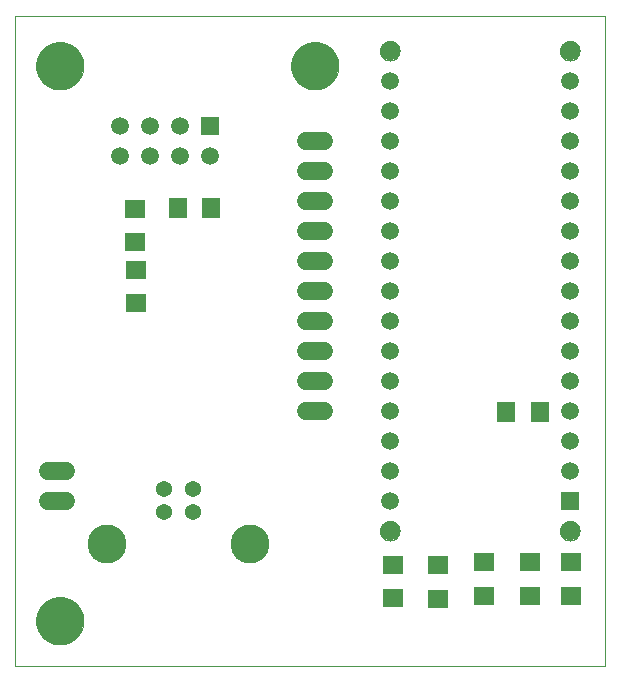
<source format=gbs>
G75*
%MOIN*%
%OFA0B0*%
%FSLAX25Y25*%
%IPPOS*%
%LPD*%
%AMOC8*
5,1,8,0,0,1.08239X$1,22.5*
%
%ADD10C,0.00000*%
%ADD11C,0.15748*%
%ADD12R,0.07087X0.06299*%
%ADD13R,0.06299X0.07087*%
%ADD14C,0.06000*%
%ADD15R,0.05906X0.05906*%
%ADD16C,0.05906*%
%ADD17C,0.06500*%
%ADD18R,0.07098X0.06299*%
%ADD19R,0.06299X0.07098*%
%ADD20C,0.05400*%
%ADD21C,0.13000*%
D10*
X0001425Y0001000D02*
X0001425Y0217535D01*
X0198276Y0217535D01*
X0198276Y0001000D01*
X0001425Y0001000D01*
X0008551Y0016000D02*
X0008553Y0016193D01*
X0008560Y0016386D01*
X0008572Y0016579D01*
X0008589Y0016772D01*
X0008610Y0016964D01*
X0008636Y0017155D01*
X0008667Y0017346D01*
X0008702Y0017536D01*
X0008742Y0017725D01*
X0008787Y0017913D01*
X0008836Y0018100D01*
X0008890Y0018286D01*
X0008948Y0018470D01*
X0009011Y0018653D01*
X0009079Y0018834D01*
X0009150Y0019013D01*
X0009227Y0019191D01*
X0009307Y0019367D01*
X0009392Y0019540D01*
X0009481Y0019712D01*
X0009574Y0019881D01*
X0009671Y0020048D01*
X0009773Y0020213D01*
X0009878Y0020375D01*
X0009987Y0020534D01*
X0010101Y0020691D01*
X0010218Y0020844D01*
X0010338Y0020995D01*
X0010463Y0021143D01*
X0010591Y0021288D01*
X0010722Y0021429D01*
X0010857Y0021568D01*
X0010996Y0021703D01*
X0011137Y0021834D01*
X0011282Y0021962D01*
X0011430Y0022087D01*
X0011581Y0022207D01*
X0011734Y0022324D01*
X0011891Y0022438D01*
X0012050Y0022547D01*
X0012212Y0022652D01*
X0012377Y0022754D01*
X0012544Y0022851D01*
X0012713Y0022944D01*
X0012885Y0023033D01*
X0013058Y0023118D01*
X0013234Y0023198D01*
X0013412Y0023275D01*
X0013591Y0023346D01*
X0013772Y0023414D01*
X0013955Y0023477D01*
X0014139Y0023535D01*
X0014325Y0023589D01*
X0014512Y0023638D01*
X0014700Y0023683D01*
X0014889Y0023723D01*
X0015079Y0023758D01*
X0015270Y0023789D01*
X0015461Y0023815D01*
X0015653Y0023836D01*
X0015846Y0023853D01*
X0016039Y0023865D01*
X0016232Y0023872D01*
X0016425Y0023874D01*
X0016618Y0023872D01*
X0016811Y0023865D01*
X0017004Y0023853D01*
X0017197Y0023836D01*
X0017389Y0023815D01*
X0017580Y0023789D01*
X0017771Y0023758D01*
X0017961Y0023723D01*
X0018150Y0023683D01*
X0018338Y0023638D01*
X0018525Y0023589D01*
X0018711Y0023535D01*
X0018895Y0023477D01*
X0019078Y0023414D01*
X0019259Y0023346D01*
X0019438Y0023275D01*
X0019616Y0023198D01*
X0019792Y0023118D01*
X0019965Y0023033D01*
X0020137Y0022944D01*
X0020306Y0022851D01*
X0020473Y0022754D01*
X0020638Y0022652D01*
X0020800Y0022547D01*
X0020959Y0022438D01*
X0021116Y0022324D01*
X0021269Y0022207D01*
X0021420Y0022087D01*
X0021568Y0021962D01*
X0021713Y0021834D01*
X0021854Y0021703D01*
X0021993Y0021568D01*
X0022128Y0021429D01*
X0022259Y0021288D01*
X0022387Y0021143D01*
X0022512Y0020995D01*
X0022632Y0020844D01*
X0022749Y0020691D01*
X0022863Y0020534D01*
X0022972Y0020375D01*
X0023077Y0020213D01*
X0023179Y0020048D01*
X0023276Y0019881D01*
X0023369Y0019712D01*
X0023458Y0019540D01*
X0023543Y0019367D01*
X0023623Y0019191D01*
X0023700Y0019013D01*
X0023771Y0018834D01*
X0023839Y0018653D01*
X0023902Y0018470D01*
X0023960Y0018286D01*
X0024014Y0018100D01*
X0024063Y0017913D01*
X0024108Y0017725D01*
X0024148Y0017536D01*
X0024183Y0017346D01*
X0024214Y0017155D01*
X0024240Y0016964D01*
X0024261Y0016772D01*
X0024278Y0016579D01*
X0024290Y0016386D01*
X0024297Y0016193D01*
X0024299Y0016000D01*
X0024297Y0015807D01*
X0024290Y0015614D01*
X0024278Y0015421D01*
X0024261Y0015228D01*
X0024240Y0015036D01*
X0024214Y0014845D01*
X0024183Y0014654D01*
X0024148Y0014464D01*
X0024108Y0014275D01*
X0024063Y0014087D01*
X0024014Y0013900D01*
X0023960Y0013714D01*
X0023902Y0013530D01*
X0023839Y0013347D01*
X0023771Y0013166D01*
X0023700Y0012987D01*
X0023623Y0012809D01*
X0023543Y0012633D01*
X0023458Y0012460D01*
X0023369Y0012288D01*
X0023276Y0012119D01*
X0023179Y0011952D01*
X0023077Y0011787D01*
X0022972Y0011625D01*
X0022863Y0011466D01*
X0022749Y0011309D01*
X0022632Y0011156D01*
X0022512Y0011005D01*
X0022387Y0010857D01*
X0022259Y0010712D01*
X0022128Y0010571D01*
X0021993Y0010432D01*
X0021854Y0010297D01*
X0021713Y0010166D01*
X0021568Y0010038D01*
X0021420Y0009913D01*
X0021269Y0009793D01*
X0021116Y0009676D01*
X0020959Y0009562D01*
X0020800Y0009453D01*
X0020638Y0009348D01*
X0020473Y0009246D01*
X0020306Y0009149D01*
X0020137Y0009056D01*
X0019965Y0008967D01*
X0019792Y0008882D01*
X0019616Y0008802D01*
X0019438Y0008725D01*
X0019259Y0008654D01*
X0019078Y0008586D01*
X0018895Y0008523D01*
X0018711Y0008465D01*
X0018525Y0008411D01*
X0018338Y0008362D01*
X0018150Y0008317D01*
X0017961Y0008277D01*
X0017771Y0008242D01*
X0017580Y0008211D01*
X0017389Y0008185D01*
X0017197Y0008164D01*
X0017004Y0008147D01*
X0016811Y0008135D01*
X0016618Y0008128D01*
X0016425Y0008126D01*
X0016232Y0008128D01*
X0016039Y0008135D01*
X0015846Y0008147D01*
X0015653Y0008164D01*
X0015461Y0008185D01*
X0015270Y0008211D01*
X0015079Y0008242D01*
X0014889Y0008277D01*
X0014700Y0008317D01*
X0014512Y0008362D01*
X0014325Y0008411D01*
X0014139Y0008465D01*
X0013955Y0008523D01*
X0013772Y0008586D01*
X0013591Y0008654D01*
X0013412Y0008725D01*
X0013234Y0008802D01*
X0013058Y0008882D01*
X0012885Y0008967D01*
X0012713Y0009056D01*
X0012544Y0009149D01*
X0012377Y0009246D01*
X0012212Y0009348D01*
X0012050Y0009453D01*
X0011891Y0009562D01*
X0011734Y0009676D01*
X0011581Y0009793D01*
X0011430Y0009913D01*
X0011282Y0010038D01*
X0011137Y0010166D01*
X0010996Y0010297D01*
X0010857Y0010432D01*
X0010722Y0010571D01*
X0010591Y0010712D01*
X0010463Y0010857D01*
X0010338Y0011005D01*
X0010218Y0011156D01*
X0010101Y0011309D01*
X0009987Y0011466D01*
X0009878Y0011625D01*
X0009773Y0011787D01*
X0009671Y0011952D01*
X0009574Y0012119D01*
X0009481Y0012288D01*
X0009392Y0012460D01*
X0009307Y0012633D01*
X0009227Y0012809D01*
X0009150Y0012987D01*
X0009079Y0013166D01*
X0009011Y0013347D01*
X0008948Y0013530D01*
X0008890Y0013714D01*
X0008836Y0013900D01*
X0008787Y0014087D01*
X0008742Y0014275D01*
X0008702Y0014464D01*
X0008667Y0014654D01*
X0008636Y0014845D01*
X0008610Y0015036D01*
X0008589Y0015228D01*
X0008572Y0015421D01*
X0008560Y0015614D01*
X0008553Y0015807D01*
X0008551Y0016000D01*
X0123175Y0046000D02*
X0123177Y0046113D01*
X0123183Y0046227D01*
X0123193Y0046340D01*
X0123207Y0046452D01*
X0123224Y0046564D01*
X0123246Y0046676D01*
X0123272Y0046786D01*
X0123301Y0046896D01*
X0123334Y0047004D01*
X0123371Y0047112D01*
X0123412Y0047217D01*
X0123456Y0047322D01*
X0123504Y0047425D01*
X0123555Y0047526D01*
X0123610Y0047625D01*
X0123669Y0047722D01*
X0123731Y0047817D01*
X0123796Y0047910D01*
X0123864Y0048001D01*
X0123935Y0048089D01*
X0124010Y0048175D01*
X0124087Y0048258D01*
X0124167Y0048338D01*
X0124250Y0048415D01*
X0124336Y0048490D01*
X0124424Y0048561D01*
X0124515Y0048629D01*
X0124608Y0048694D01*
X0124703Y0048756D01*
X0124800Y0048815D01*
X0124899Y0048870D01*
X0125000Y0048921D01*
X0125103Y0048969D01*
X0125208Y0049013D01*
X0125313Y0049054D01*
X0125421Y0049091D01*
X0125529Y0049124D01*
X0125639Y0049153D01*
X0125749Y0049179D01*
X0125861Y0049201D01*
X0125973Y0049218D01*
X0126085Y0049232D01*
X0126198Y0049242D01*
X0126312Y0049248D01*
X0126425Y0049250D01*
X0126538Y0049248D01*
X0126652Y0049242D01*
X0126765Y0049232D01*
X0126877Y0049218D01*
X0126989Y0049201D01*
X0127101Y0049179D01*
X0127211Y0049153D01*
X0127321Y0049124D01*
X0127429Y0049091D01*
X0127537Y0049054D01*
X0127642Y0049013D01*
X0127747Y0048969D01*
X0127850Y0048921D01*
X0127951Y0048870D01*
X0128050Y0048815D01*
X0128147Y0048756D01*
X0128242Y0048694D01*
X0128335Y0048629D01*
X0128426Y0048561D01*
X0128514Y0048490D01*
X0128600Y0048415D01*
X0128683Y0048338D01*
X0128763Y0048258D01*
X0128840Y0048175D01*
X0128915Y0048089D01*
X0128986Y0048001D01*
X0129054Y0047910D01*
X0129119Y0047817D01*
X0129181Y0047722D01*
X0129240Y0047625D01*
X0129295Y0047526D01*
X0129346Y0047425D01*
X0129394Y0047322D01*
X0129438Y0047217D01*
X0129479Y0047112D01*
X0129516Y0047004D01*
X0129549Y0046896D01*
X0129578Y0046786D01*
X0129604Y0046676D01*
X0129626Y0046564D01*
X0129643Y0046452D01*
X0129657Y0046340D01*
X0129667Y0046227D01*
X0129673Y0046113D01*
X0129675Y0046000D01*
X0129673Y0045887D01*
X0129667Y0045773D01*
X0129657Y0045660D01*
X0129643Y0045548D01*
X0129626Y0045436D01*
X0129604Y0045324D01*
X0129578Y0045214D01*
X0129549Y0045104D01*
X0129516Y0044996D01*
X0129479Y0044888D01*
X0129438Y0044783D01*
X0129394Y0044678D01*
X0129346Y0044575D01*
X0129295Y0044474D01*
X0129240Y0044375D01*
X0129181Y0044278D01*
X0129119Y0044183D01*
X0129054Y0044090D01*
X0128986Y0043999D01*
X0128915Y0043911D01*
X0128840Y0043825D01*
X0128763Y0043742D01*
X0128683Y0043662D01*
X0128600Y0043585D01*
X0128514Y0043510D01*
X0128426Y0043439D01*
X0128335Y0043371D01*
X0128242Y0043306D01*
X0128147Y0043244D01*
X0128050Y0043185D01*
X0127951Y0043130D01*
X0127850Y0043079D01*
X0127747Y0043031D01*
X0127642Y0042987D01*
X0127537Y0042946D01*
X0127429Y0042909D01*
X0127321Y0042876D01*
X0127211Y0042847D01*
X0127101Y0042821D01*
X0126989Y0042799D01*
X0126877Y0042782D01*
X0126765Y0042768D01*
X0126652Y0042758D01*
X0126538Y0042752D01*
X0126425Y0042750D01*
X0126312Y0042752D01*
X0126198Y0042758D01*
X0126085Y0042768D01*
X0125973Y0042782D01*
X0125861Y0042799D01*
X0125749Y0042821D01*
X0125639Y0042847D01*
X0125529Y0042876D01*
X0125421Y0042909D01*
X0125313Y0042946D01*
X0125208Y0042987D01*
X0125103Y0043031D01*
X0125000Y0043079D01*
X0124899Y0043130D01*
X0124800Y0043185D01*
X0124703Y0043244D01*
X0124608Y0043306D01*
X0124515Y0043371D01*
X0124424Y0043439D01*
X0124336Y0043510D01*
X0124250Y0043585D01*
X0124167Y0043662D01*
X0124087Y0043742D01*
X0124010Y0043825D01*
X0123935Y0043911D01*
X0123864Y0043999D01*
X0123796Y0044090D01*
X0123731Y0044183D01*
X0123669Y0044278D01*
X0123610Y0044375D01*
X0123555Y0044474D01*
X0123504Y0044575D01*
X0123456Y0044678D01*
X0123412Y0044783D01*
X0123371Y0044888D01*
X0123334Y0044996D01*
X0123301Y0045104D01*
X0123272Y0045214D01*
X0123246Y0045324D01*
X0123224Y0045436D01*
X0123207Y0045548D01*
X0123193Y0045660D01*
X0123183Y0045773D01*
X0123177Y0045887D01*
X0123175Y0046000D01*
X0183175Y0046000D02*
X0183177Y0046113D01*
X0183183Y0046227D01*
X0183193Y0046340D01*
X0183207Y0046452D01*
X0183224Y0046564D01*
X0183246Y0046676D01*
X0183272Y0046786D01*
X0183301Y0046896D01*
X0183334Y0047004D01*
X0183371Y0047112D01*
X0183412Y0047217D01*
X0183456Y0047322D01*
X0183504Y0047425D01*
X0183555Y0047526D01*
X0183610Y0047625D01*
X0183669Y0047722D01*
X0183731Y0047817D01*
X0183796Y0047910D01*
X0183864Y0048001D01*
X0183935Y0048089D01*
X0184010Y0048175D01*
X0184087Y0048258D01*
X0184167Y0048338D01*
X0184250Y0048415D01*
X0184336Y0048490D01*
X0184424Y0048561D01*
X0184515Y0048629D01*
X0184608Y0048694D01*
X0184703Y0048756D01*
X0184800Y0048815D01*
X0184899Y0048870D01*
X0185000Y0048921D01*
X0185103Y0048969D01*
X0185208Y0049013D01*
X0185313Y0049054D01*
X0185421Y0049091D01*
X0185529Y0049124D01*
X0185639Y0049153D01*
X0185749Y0049179D01*
X0185861Y0049201D01*
X0185973Y0049218D01*
X0186085Y0049232D01*
X0186198Y0049242D01*
X0186312Y0049248D01*
X0186425Y0049250D01*
X0186538Y0049248D01*
X0186652Y0049242D01*
X0186765Y0049232D01*
X0186877Y0049218D01*
X0186989Y0049201D01*
X0187101Y0049179D01*
X0187211Y0049153D01*
X0187321Y0049124D01*
X0187429Y0049091D01*
X0187537Y0049054D01*
X0187642Y0049013D01*
X0187747Y0048969D01*
X0187850Y0048921D01*
X0187951Y0048870D01*
X0188050Y0048815D01*
X0188147Y0048756D01*
X0188242Y0048694D01*
X0188335Y0048629D01*
X0188426Y0048561D01*
X0188514Y0048490D01*
X0188600Y0048415D01*
X0188683Y0048338D01*
X0188763Y0048258D01*
X0188840Y0048175D01*
X0188915Y0048089D01*
X0188986Y0048001D01*
X0189054Y0047910D01*
X0189119Y0047817D01*
X0189181Y0047722D01*
X0189240Y0047625D01*
X0189295Y0047526D01*
X0189346Y0047425D01*
X0189394Y0047322D01*
X0189438Y0047217D01*
X0189479Y0047112D01*
X0189516Y0047004D01*
X0189549Y0046896D01*
X0189578Y0046786D01*
X0189604Y0046676D01*
X0189626Y0046564D01*
X0189643Y0046452D01*
X0189657Y0046340D01*
X0189667Y0046227D01*
X0189673Y0046113D01*
X0189675Y0046000D01*
X0189673Y0045887D01*
X0189667Y0045773D01*
X0189657Y0045660D01*
X0189643Y0045548D01*
X0189626Y0045436D01*
X0189604Y0045324D01*
X0189578Y0045214D01*
X0189549Y0045104D01*
X0189516Y0044996D01*
X0189479Y0044888D01*
X0189438Y0044783D01*
X0189394Y0044678D01*
X0189346Y0044575D01*
X0189295Y0044474D01*
X0189240Y0044375D01*
X0189181Y0044278D01*
X0189119Y0044183D01*
X0189054Y0044090D01*
X0188986Y0043999D01*
X0188915Y0043911D01*
X0188840Y0043825D01*
X0188763Y0043742D01*
X0188683Y0043662D01*
X0188600Y0043585D01*
X0188514Y0043510D01*
X0188426Y0043439D01*
X0188335Y0043371D01*
X0188242Y0043306D01*
X0188147Y0043244D01*
X0188050Y0043185D01*
X0187951Y0043130D01*
X0187850Y0043079D01*
X0187747Y0043031D01*
X0187642Y0042987D01*
X0187537Y0042946D01*
X0187429Y0042909D01*
X0187321Y0042876D01*
X0187211Y0042847D01*
X0187101Y0042821D01*
X0186989Y0042799D01*
X0186877Y0042782D01*
X0186765Y0042768D01*
X0186652Y0042758D01*
X0186538Y0042752D01*
X0186425Y0042750D01*
X0186312Y0042752D01*
X0186198Y0042758D01*
X0186085Y0042768D01*
X0185973Y0042782D01*
X0185861Y0042799D01*
X0185749Y0042821D01*
X0185639Y0042847D01*
X0185529Y0042876D01*
X0185421Y0042909D01*
X0185313Y0042946D01*
X0185208Y0042987D01*
X0185103Y0043031D01*
X0185000Y0043079D01*
X0184899Y0043130D01*
X0184800Y0043185D01*
X0184703Y0043244D01*
X0184608Y0043306D01*
X0184515Y0043371D01*
X0184424Y0043439D01*
X0184336Y0043510D01*
X0184250Y0043585D01*
X0184167Y0043662D01*
X0184087Y0043742D01*
X0184010Y0043825D01*
X0183935Y0043911D01*
X0183864Y0043999D01*
X0183796Y0044090D01*
X0183731Y0044183D01*
X0183669Y0044278D01*
X0183610Y0044375D01*
X0183555Y0044474D01*
X0183504Y0044575D01*
X0183456Y0044678D01*
X0183412Y0044783D01*
X0183371Y0044888D01*
X0183334Y0044996D01*
X0183301Y0045104D01*
X0183272Y0045214D01*
X0183246Y0045324D01*
X0183224Y0045436D01*
X0183207Y0045548D01*
X0183193Y0045660D01*
X0183183Y0045773D01*
X0183177Y0045887D01*
X0183175Y0046000D01*
X0093551Y0201000D02*
X0093553Y0201193D01*
X0093560Y0201386D01*
X0093572Y0201579D01*
X0093589Y0201772D01*
X0093610Y0201964D01*
X0093636Y0202155D01*
X0093667Y0202346D01*
X0093702Y0202536D01*
X0093742Y0202725D01*
X0093787Y0202913D01*
X0093836Y0203100D01*
X0093890Y0203286D01*
X0093948Y0203470D01*
X0094011Y0203653D01*
X0094079Y0203834D01*
X0094150Y0204013D01*
X0094227Y0204191D01*
X0094307Y0204367D01*
X0094392Y0204540D01*
X0094481Y0204712D01*
X0094574Y0204881D01*
X0094671Y0205048D01*
X0094773Y0205213D01*
X0094878Y0205375D01*
X0094987Y0205534D01*
X0095101Y0205691D01*
X0095218Y0205844D01*
X0095338Y0205995D01*
X0095463Y0206143D01*
X0095591Y0206288D01*
X0095722Y0206429D01*
X0095857Y0206568D01*
X0095996Y0206703D01*
X0096137Y0206834D01*
X0096282Y0206962D01*
X0096430Y0207087D01*
X0096581Y0207207D01*
X0096734Y0207324D01*
X0096891Y0207438D01*
X0097050Y0207547D01*
X0097212Y0207652D01*
X0097377Y0207754D01*
X0097544Y0207851D01*
X0097713Y0207944D01*
X0097885Y0208033D01*
X0098058Y0208118D01*
X0098234Y0208198D01*
X0098412Y0208275D01*
X0098591Y0208346D01*
X0098772Y0208414D01*
X0098955Y0208477D01*
X0099139Y0208535D01*
X0099325Y0208589D01*
X0099512Y0208638D01*
X0099700Y0208683D01*
X0099889Y0208723D01*
X0100079Y0208758D01*
X0100270Y0208789D01*
X0100461Y0208815D01*
X0100653Y0208836D01*
X0100846Y0208853D01*
X0101039Y0208865D01*
X0101232Y0208872D01*
X0101425Y0208874D01*
X0101618Y0208872D01*
X0101811Y0208865D01*
X0102004Y0208853D01*
X0102197Y0208836D01*
X0102389Y0208815D01*
X0102580Y0208789D01*
X0102771Y0208758D01*
X0102961Y0208723D01*
X0103150Y0208683D01*
X0103338Y0208638D01*
X0103525Y0208589D01*
X0103711Y0208535D01*
X0103895Y0208477D01*
X0104078Y0208414D01*
X0104259Y0208346D01*
X0104438Y0208275D01*
X0104616Y0208198D01*
X0104792Y0208118D01*
X0104965Y0208033D01*
X0105137Y0207944D01*
X0105306Y0207851D01*
X0105473Y0207754D01*
X0105638Y0207652D01*
X0105800Y0207547D01*
X0105959Y0207438D01*
X0106116Y0207324D01*
X0106269Y0207207D01*
X0106420Y0207087D01*
X0106568Y0206962D01*
X0106713Y0206834D01*
X0106854Y0206703D01*
X0106993Y0206568D01*
X0107128Y0206429D01*
X0107259Y0206288D01*
X0107387Y0206143D01*
X0107512Y0205995D01*
X0107632Y0205844D01*
X0107749Y0205691D01*
X0107863Y0205534D01*
X0107972Y0205375D01*
X0108077Y0205213D01*
X0108179Y0205048D01*
X0108276Y0204881D01*
X0108369Y0204712D01*
X0108458Y0204540D01*
X0108543Y0204367D01*
X0108623Y0204191D01*
X0108700Y0204013D01*
X0108771Y0203834D01*
X0108839Y0203653D01*
X0108902Y0203470D01*
X0108960Y0203286D01*
X0109014Y0203100D01*
X0109063Y0202913D01*
X0109108Y0202725D01*
X0109148Y0202536D01*
X0109183Y0202346D01*
X0109214Y0202155D01*
X0109240Y0201964D01*
X0109261Y0201772D01*
X0109278Y0201579D01*
X0109290Y0201386D01*
X0109297Y0201193D01*
X0109299Y0201000D01*
X0109297Y0200807D01*
X0109290Y0200614D01*
X0109278Y0200421D01*
X0109261Y0200228D01*
X0109240Y0200036D01*
X0109214Y0199845D01*
X0109183Y0199654D01*
X0109148Y0199464D01*
X0109108Y0199275D01*
X0109063Y0199087D01*
X0109014Y0198900D01*
X0108960Y0198714D01*
X0108902Y0198530D01*
X0108839Y0198347D01*
X0108771Y0198166D01*
X0108700Y0197987D01*
X0108623Y0197809D01*
X0108543Y0197633D01*
X0108458Y0197460D01*
X0108369Y0197288D01*
X0108276Y0197119D01*
X0108179Y0196952D01*
X0108077Y0196787D01*
X0107972Y0196625D01*
X0107863Y0196466D01*
X0107749Y0196309D01*
X0107632Y0196156D01*
X0107512Y0196005D01*
X0107387Y0195857D01*
X0107259Y0195712D01*
X0107128Y0195571D01*
X0106993Y0195432D01*
X0106854Y0195297D01*
X0106713Y0195166D01*
X0106568Y0195038D01*
X0106420Y0194913D01*
X0106269Y0194793D01*
X0106116Y0194676D01*
X0105959Y0194562D01*
X0105800Y0194453D01*
X0105638Y0194348D01*
X0105473Y0194246D01*
X0105306Y0194149D01*
X0105137Y0194056D01*
X0104965Y0193967D01*
X0104792Y0193882D01*
X0104616Y0193802D01*
X0104438Y0193725D01*
X0104259Y0193654D01*
X0104078Y0193586D01*
X0103895Y0193523D01*
X0103711Y0193465D01*
X0103525Y0193411D01*
X0103338Y0193362D01*
X0103150Y0193317D01*
X0102961Y0193277D01*
X0102771Y0193242D01*
X0102580Y0193211D01*
X0102389Y0193185D01*
X0102197Y0193164D01*
X0102004Y0193147D01*
X0101811Y0193135D01*
X0101618Y0193128D01*
X0101425Y0193126D01*
X0101232Y0193128D01*
X0101039Y0193135D01*
X0100846Y0193147D01*
X0100653Y0193164D01*
X0100461Y0193185D01*
X0100270Y0193211D01*
X0100079Y0193242D01*
X0099889Y0193277D01*
X0099700Y0193317D01*
X0099512Y0193362D01*
X0099325Y0193411D01*
X0099139Y0193465D01*
X0098955Y0193523D01*
X0098772Y0193586D01*
X0098591Y0193654D01*
X0098412Y0193725D01*
X0098234Y0193802D01*
X0098058Y0193882D01*
X0097885Y0193967D01*
X0097713Y0194056D01*
X0097544Y0194149D01*
X0097377Y0194246D01*
X0097212Y0194348D01*
X0097050Y0194453D01*
X0096891Y0194562D01*
X0096734Y0194676D01*
X0096581Y0194793D01*
X0096430Y0194913D01*
X0096282Y0195038D01*
X0096137Y0195166D01*
X0095996Y0195297D01*
X0095857Y0195432D01*
X0095722Y0195571D01*
X0095591Y0195712D01*
X0095463Y0195857D01*
X0095338Y0196005D01*
X0095218Y0196156D01*
X0095101Y0196309D01*
X0094987Y0196466D01*
X0094878Y0196625D01*
X0094773Y0196787D01*
X0094671Y0196952D01*
X0094574Y0197119D01*
X0094481Y0197288D01*
X0094392Y0197460D01*
X0094307Y0197633D01*
X0094227Y0197809D01*
X0094150Y0197987D01*
X0094079Y0198166D01*
X0094011Y0198347D01*
X0093948Y0198530D01*
X0093890Y0198714D01*
X0093836Y0198900D01*
X0093787Y0199087D01*
X0093742Y0199275D01*
X0093702Y0199464D01*
X0093667Y0199654D01*
X0093636Y0199845D01*
X0093610Y0200036D01*
X0093589Y0200228D01*
X0093572Y0200421D01*
X0093560Y0200614D01*
X0093553Y0200807D01*
X0093551Y0201000D01*
X0123175Y0206000D02*
X0123177Y0206113D01*
X0123183Y0206227D01*
X0123193Y0206340D01*
X0123207Y0206452D01*
X0123224Y0206564D01*
X0123246Y0206676D01*
X0123272Y0206786D01*
X0123301Y0206896D01*
X0123334Y0207004D01*
X0123371Y0207112D01*
X0123412Y0207217D01*
X0123456Y0207322D01*
X0123504Y0207425D01*
X0123555Y0207526D01*
X0123610Y0207625D01*
X0123669Y0207722D01*
X0123731Y0207817D01*
X0123796Y0207910D01*
X0123864Y0208001D01*
X0123935Y0208089D01*
X0124010Y0208175D01*
X0124087Y0208258D01*
X0124167Y0208338D01*
X0124250Y0208415D01*
X0124336Y0208490D01*
X0124424Y0208561D01*
X0124515Y0208629D01*
X0124608Y0208694D01*
X0124703Y0208756D01*
X0124800Y0208815D01*
X0124899Y0208870D01*
X0125000Y0208921D01*
X0125103Y0208969D01*
X0125208Y0209013D01*
X0125313Y0209054D01*
X0125421Y0209091D01*
X0125529Y0209124D01*
X0125639Y0209153D01*
X0125749Y0209179D01*
X0125861Y0209201D01*
X0125973Y0209218D01*
X0126085Y0209232D01*
X0126198Y0209242D01*
X0126312Y0209248D01*
X0126425Y0209250D01*
X0126538Y0209248D01*
X0126652Y0209242D01*
X0126765Y0209232D01*
X0126877Y0209218D01*
X0126989Y0209201D01*
X0127101Y0209179D01*
X0127211Y0209153D01*
X0127321Y0209124D01*
X0127429Y0209091D01*
X0127537Y0209054D01*
X0127642Y0209013D01*
X0127747Y0208969D01*
X0127850Y0208921D01*
X0127951Y0208870D01*
X0128050Y0208815D01*
X0128147Y0208756D01*
X0128242Y0208694D01*
X0128335Y0208629D01*
X0128426Y0208561D01*
X0128514Y0208490D01*
X0128600Y0208415D01*
X0128683Y0208338D01*
X0128763Y0208258D01*
X0128840Y0208175D01*
X0128915Y0208089D01*
X0128986Y0208001D01*
X0129054Y0207910D01*
X0129119Y0207817D01*
X0129181Y0207722D01*
X0129240Y0207625D01*
X0129295Y0207526D01*
X0129346Y0207425D01*
X0129394Y0207322D01*
X0129438Y0207217D01*
X0129479Y0207112D01*
X0129516Y0207004D01*
X0129549Y0206896D01*
X0129578Y0206786D01*
X0129604Y0206676D01*
X0129626Y0206564D01*
X0129643Y0206452D01*
X0129657Y0206340D01*
X0129667Y0206227D01*
X0129673Y0206113D01*
X0129675Y0206000D01*
X0129673Y0205887D01*
X0129667Y0205773D01*
X0129657Y0205660D01*
X0129643Y0205548D01*
X0129626Y0205436D01*
X0129604Y0205324D01*
X0129578Y0205214D01*
X0129549Y0205104D01*
X0129516Y0204996D01*
X0129479Y0204888D01*
X0129438Y0204783D01*
X0129394Y0204678D01*
X0129346Y0204575D01*
X0129295Y0204474D01*
X0129240Y0204375D01*
X0129181Y0204278D01*
X0129119Y0204183D01*
X0129054Y0204090D01*
X0128986Y0203999D01*
X0128915Y0203911D01*
X0128840Y0203825D01*
X0128763Y0203742D01*
X0128683Y0203662D01*
X0128600Y0203585D01*
X0128514Y0203510D01*
X0128426Y0203439D01*
X0128335Y0203371D01*
X0128242Y0203306D01*
X0128147Y0203244D01*
X0128050Y0203185D01*
X0127951Y0203130D01*
X0127850Y0203079D01*
X0127747Y0203031D01*
X0127642Y0202987D01*
X0127537Y0202946D01*
X0127429Y0202909D01*
X0127321Y0202876D01*
X0127211Y0202847D01*
X0127101Y0202821D01*
X0126989Y0202799D01*
X0126877Y0202782D01*
X0126765Y0202768D01*
X0126652Y0202758D01*
X0126538Y0202752D01*
X0126425Y0202750D01*
X0126312Y0202752D01*
X0126198Y0202758D01*
X0126085Y0202768D01*
X0125973Y0202782D01*
X0125861Y0202799D01*
X0125749Y0202821D01*
X0125639Y0202847D01*
X0125529Y0202876D01*
X0125421Y0202909D01*
X0125313Y0202946D01*
X0125208Y0202987D01*
X0125103Y0203031D01*
X0125000Y0203079D01*
X0124899Y0203130D01*
X0124800Y0203185D01*
X0124703Y0203244D01*
X0124608Y0203306D01*
X0124515Y0203371D01*
X0124424Y0203439D01*
X0124336Y0203510D01*
X0124250Y0203585D01*
X0124167Y0203662D01*
X0124087Y0203742D01*
X0124010Y0203825D01*
X0123935Y0203911D01*
X0123864Y0203999D01*
X0123796Y0204090D01*
X0123731Y0204183D01*
X0123669Y0204278D01*
X0123610Y0204375D01*
X0123555Y0204474D01*
X0123504Y0204575D01*
X0123456Y0204678D01*
X0123412Y0204783D01*
X0123371Y0204888D01*
X0123334Y0204996D01*
X0123301Y0205104D01*
X0123272Y0205214D01*
X0123246Y0205324D01*
X0123224Y0205436D01*
X0123207Y0205548D01*
X0123193Y0205660D01*
X0123183Y0205773D01*
X0123177Y0205887D01*
X0123175Y0206000D01*
X0183175Y0206000D02*
X0183177Y0206113D01*
X0183183Y0206227D01*
X0183193Y0206340D01*
X0183207Y0206452D01*
X0183224Y0206564D01*
X0183246Y0206676D01*
X0183272Y0206786D01*
X0183301Y0206896D01*
X0183334Y0207004D01*
X0183371Y0207112D01*
X0183412Y0207217D01*
X0183456Y0207322D01*
X0183504Y0207425D01*
X0183555Y0207526D01*
X0183610Y0207625D01*
X0183669Y0207722D01*
X0183731Y0207817D01*
X0183796Y0207910D01*
X0183864Y0208001D01*
X0183935Y0208089D01*
X0184010Y0208175D01*
X0184087Y0208258D01*
X0184167Y0208338D01*
X0184250Y0208415D01*
X0184336Y0208490D01*
X0184424Y0208561D01*
X0184515Y0208629D01*
X0184608Y0208694D01*
X0184703Y0208756D01*
X0184800Y0208815D01*
X0184899Y0208870D01*
X0185000Y0208921D01*
X0185103Y0208969D01*
X0185208Y0209013D01*
X0185313Y0209054D01*
X0185421Y0209091D01*
X0185529Y0209124D01*
X0185639Y0209153D01*
X0185749Y0209179D01*
X0185861Y0209201D01*
X0185973Y0209218D01*
X0186085Y0209232D01*
X0186198Y0209242D01*
X0186312Y0209248D01*
X0186425Y0209250D01*
X0186538Y0209248D01*
X0186652Y0209242D01*
X0186765Y0209232D01*
X0186877Y0209218D01*
X0186989Y0209201D01*
X0187101Y0209179D01*
X0187211Y0209153D01*
X0187321Y0209124D01*
X0187429Y0209091D01*
X0187537Y0209054D01*
X0187642Y0209013D01*
X0187747Y0208969D01*
X0187850Y0208921D01*
X0187951Y0208870D01*
X0188050Y0208815D01*
X0188147Y0208756D01*
X0188242Y0208694D01*
X0188335Y0208629D01*
X0188426Y0208561D01*
X0188514Y0208490D01*
X0188600Y0208415D01*
X0188683Y0208338D01*
X0188763Y0208258D01*
X0188840Y0208175D01*
X0188915Y0208089D01*
X0188986Y0208001D01*
X0189054Y0207910D01*
X0189119Y0207817D01*
X0189181Y0207722D01*
X0189240Y0207625D01*
X0189295Y0207526D01*
X0189346Y0207425D01*
X0189394Y0207322D01*
X0189438Y0207217D01*
X0189479Y0207112D01*
X0189516Y0207004D01*
X0189549Y0206896D01*
X0189578Y0206786D01*
X0189604Y0206676D01*
X0189626Y0206564D01*
X0189643Y0206452D01*
X0189657Y0206340D01*
X0189667Y0206227D01*
X0189673Y0206113D01*
X0189675Y0206000D01*
X0189673Y0205887D01*
X0189667Y0205773D01*
X0189657Y0205660D01*
X0189643Y0205548D01*
X0189626Y0205436D01*
X0189604Y0205324D01*
X0189578Y0205214D01*
X0189549Y0205104D01*
X0189516Y0204996D01*
X0189479Y0204888D01*
X0189438Y0204783D01*
X0189394Y0204678D01*
X0189346Y0204575D01*
X0189295Y0204474D01*
X0189240Y0204375D01*
X0189181Y0204278D01*
X0189119Y0204183D01*
X0189054Y0204090D01*
X0188986Y0203999D01*
X0188915Y0203911D01*
X0188840Y0203825D01*
X0188763Y0203742D01*
X0188683Y0203662D01*
X0188600Y0203585D01*
X0188514Y0203510D01*
X0188426Y0203439D01*
X0188335Y0203371D01*
X0188242Y0203306D01*
X0188147Y0203244D01*
X0188050Y0203185D01*
X0187951Y0203130D01*
X0187850Y0203079D01*
X0187747Y0203031D01*
X0187642Y0202987D01*
X0187537Y0202946D01*
X0187429Y0202909D01*
X0187321Y0202876D01*
X0187211Y0202847D01*
X0187101Y0202821D01*
X0186989Y0202799D01*
X0186877Y0202782D01*
X0186765Y0202768D01*
X0186652Y0202758D01*
X0186538Y0202752D01*
X0186425Y0202750D01*
X0186312Y0202752D01*
X0186198Y0202758D01*
X0186085Y0202768D01*
X0185973Y0202782D01*
X0185861Y0202799D01*
X0185749Y0202821D01*
X0185639Y0202847D01*
X0185529Y0202876D01*
X0185421Y0202909D01*
X0185313Y0202946D01*
X0185208Y0202987D01*
X0185103Y0203031D01*
X0185000Y0203079D01*
X0184899Y0203130D01*
X0184800Y0203185D01*
X0184703Y0203244D01*
X0184608Y0203306D01*
X0184515Y0203371D01*
X0184424Y0203439D01*
X0184336Y0203510D01*
X0184250Y0203585D01*
X0184167Y0203662D01*
X0184087Y0203742D01*
X0184010Y0203825D01*
X0183935Y0203911D01*
X0183864Y0203999D01*
X0183796Y0204090D01*
X0183731Y0204183D01*
X0183669Y0204278D01*
X0183610Y0204375D01*
X0183555Y0204474D01*
X0183504Y0204575D01*
X0183456Y0204678D01*
X0183412Y0204783D01*
X0183371Y0204888D01*
X0183334Y0204996D01*
X0183301Y0205104D01*
X0183272Y0205214D01*
X0183246Y0205324D01*
X0183224Y0205436D01*
X0183207Y0205548D01*
X0183193Y0205660D01*
X0183183Y0205773D01*
X0183177Y0205887D01*
X0183175Y0206000D01*
X0008551Y0201000D02*
X0008553Y0201193D01*
X0008560Y0201386D01*
X0008572Y0201579D01*
X0008589Y0201772D01*
X0008610Y0201964D01*
X0008636Y0202155D01*
X0008667Y0202346D01*
X0008702Y0202536D01*
X0008742Y0202725D01*
X0008787Y0202913D01*
X0008836Y0203100D01*
X0008890Y0203286D01*
X0008948Y0203470D01*
X0009011Y0203653D01*
X0009079Y0203834D01*
X0009150Y0204013D01*
X0009227Y0204191D01*
X0009307Y0204367D01*
X0009392Y0204540D01*
X0009481Y0204712D01*
X0009574Y0204881D01*
X0009671Y0205048D01*
X0009773Y0205213D01*
X0009878Y0205375D01*
X0009987Y0205534D01*
X0010101Y0205691D01*
X0010218Y0205844D01*
X0010338Y0205995D01*
X0010463Y0206143D01*
X0010591Y0206288D01*
X0010722Y0206429D01*
X0010857Y0206568D01*
X0010996Y0206703D01*
X0011137Y0206834D01*
X0011282Y0206962D01*
X0011430Y0207087D01*
X0011581Y0207207D01*
X0011734Y0207324D01*
X0011891Y0207438D01*
X0012050Y0207547D01*
X0012212Y0207652D01*
X0012377Y0207754D01*
X0012544Y0207851D01*
X0012713Y0207944D01*
X0012885Y0208033D01*
X0013058Y0208118D01*
X0013234Y0208198D01*
X0013412Y0208275D01*
X0013591Y0208346D01*
X0013772Y0208414D01*
X0013955Y0208477D01*
X0014139Y0208535D01*
X0014325Y0208589D01*
X0014512Y0208638D01*
X0014700Y0208683D01*
X0014889Y0208723D01*
X0015079Y0208758D01*
X0015270Y0208789D01*
X0015461Y0208815D01*
X0015653Y0208836D01*
X0015846Y0208853D01*
X0016039Y0208865D01*
X0016232Y0208872D01*
X0016425Y0208874D01*
X0016618Y0208872D01*
X0016811Y0208865D01*
X0017004Y0208853D01*
X0017197Y0208836D01*
X0017389Y0208815D01*
X0017580Y0208789D01*
X0017771Y0208758D01*
X0017961Y0208723D01*
X0018150Y0208683D01*
X0018338Y0208638D01*
X0018525Y0208589D01*
X0018711Y0208535D01*
X0018895Y0208477D01*
X0019078Y0208414D01*
X0019259Y0208346D01*
X0019438Y0208275D01*
X0019616Y0208198D01*
X0019792Y0208118D01*
X0019965Y0208033D01*
X0020137Y0207944D01*
X0020306Y0207851D01*
X0020473Y0207754D01*
X0020638Y0207652D01*
X0020800Y0207547D01*
X0020959Y0207438D01*
X0021116Y0207324D01*
X0021269Y0207207D01*
X0021420Y0207087D01*
X0021568Y0206962D01*
X0021713Y0206834D01*
X0021854Y0206703D01*
X0021993Y0206568D01*
X0022128Y0206429D01*
X0022259Y0206288D01*
X0022387Y0206143D01*
X0022512Y0205995D01*
X0022632Y0205844D01*
X0022749Y0205691D01*
X0022863Y0205534D01*
X0022972Y0205375D01*
X0023077Y0205213D01*
X0023179Y0205048D01*
X0023276Y0204881D01*
X0023369Y0204712D01*
X0023458Y0204540D01*
X0023543Y0204367D01*
X0023623Y0204191D01*
X0023700Y0204013D01*
X0023771Y0203834D01*
X0023839Y0203653D01*
X0023902Y0203470D01*
X0023960Y0203286D01*
X0024014Y0203100D01*
X0024063Y0202913D01*
X0024108Y0202725D01*
X0024148Y0202536D01*
X0024183Y0202346D01*
X0024214Y0202155D01*
X0024240Y0201964D01*
X0024261Y0201772D01*
X0024278Y0201579D01*
X0024290Y0201386D01*
X0024297Y0201193D01*
X0024299Y0201000D01*
X0024297Y0200807D01*
X0024290Y0200614D01*
X0024278Y0200421D01*
X0024261Y0200228D01*
X0024240Y0200036D01*
X0024214Y0199845D01*
X0024183Y0199654D01*
X0024148Y0199464D01*
X0024108Y0199275D01*
X0024063Y0199087D01*
X0024014Y0198900D01*
X0023960Y0198714D01*
X0023902Y0198530D01*
X0023839Y0198347D01*
X0023771Y0198166D01*
X0023700Y0197987D01*
X0023623Y0197809D01*
X0023543Y0197633D01*
X0023458Y0197460D01*
X0023369Y0197288D01*
X0023276Y0197119D01*
X0023179Y0196952D01*
X0023077Y0196787D01*
X0022972Y0196625D01*
X0022863Y0196466D01*
X0022749Y0196309D01*
X0022632Y0196156D01*
X0022512Y0196005D01*
X0022387Y0195857D01*
X0022259Y0195712D01*
X0022128Y0195571D01*
X0021993Y0195432D01*
X0021854Y0195297D01*
X0021713Y0195166D01*
X0021568Y0195038D01*
X0021420Y0194913D01*
X0021269Y0194793D01*
X0021116Y0194676D01*
X0020959Y0194562D01*
X0020800Y0194453D01*
X0020638Y0194348D01*
X0020473Y0194246D01*
X0020306Y0194149D01*
X0020137Y0194056D01*
X0019965Y0193967D01*
X0019792Y0193882D01*
X0019616Y0193802D01*
X0019438Y0193725D01*
X0019259Y0193654D01*
X0019078Y0193586D01*
X0018895Y0193523D01*
X0018711Y0193465D01*
X0018525Y0193411D01*
X0018338Y0193362D01*
X0018150Y0193317D01*
X0017961Y0193277D01*
X0017771Y0193242D01*
X0017580Y0193211D01*
X0017389Y0193185D01*
X0017197Y0193164D01*
X0017004Y0193147D01*
X0016811Y0193135D01*
X0016618Y0193128D01*
X0016425Y0193126D01*
X0016232Y0193128D01*
X0016039Y0193135D01*
X0015846Y0193147D01*
X0015653Y0193164D01*
X0015461Y0193185D01*
X0015270Y0193211D01*
X0015079Y0193242D01*
X0014889Y0193277D01*
X0014700Y0193317D01*
X0014512Y0193362D01*
X0014325Y0193411D01*
X0014139Y0193465D01*
X0013955Y0193523D01*
X0013772Y0193586D01*
X0013591Y0193654D01*
X0013412Y0193725D01*
X0013234Y0193802D01*
X0013058Y0193882D01*
X0012885Y0193967D01*
X0012713Y0194056D01*
X0012544Y0194149D01*
X0012377Y0194246D01*
X0012212Y0194348D01*
X0012050Y0194453D01*
X0011891Y0194562D01*
X0011734Y0194676D01*
X0011581Y0194793D01*
X0011430Y0194913D01*
X0011282Y0195038D01*
X0011137Y0195166D01*
X0010996Y0195297D01*
X0010857Y0195432D01*
X0010722Y0195571D01*
X0010591Y0195712D01*
X0010463Y0195857D01*
X0010338Y0196005D01*
X0010218Y0196156D01*
X0010101Y0196309D01*
X0009987Y0196466D01*
X0009878Y0196625D01*
X0009773Y0196787D01*
X0009671Y0196952D01*
X0009574Y0197119D01*
X0009481Y0197288D01*
X0009392Y0197460D01*
X0009307Y0197633D01*
X0009227Y0197809D01*
X0009150Y0197987D01*
X0009079Y0198166D01*
X0009011Y0198347D01*
X0008948Y0198530D01*
X0008890Y0198714D01*
X0008836Y0198900D01*
X0008787Y0199087D01*
X0008742Y0199275D01*
X0008702Y0199464D01*
X0008667Y0199654D01*
X0008636Y0199845D01*
X0008610Y0200036D01*
X0008589Y0200228D01*
X0008572Y0200421D01*
X0008560Y0200614D01*
X0008553Y0200807D01*
X0008551Y0201000D01*
D11*
X0016425Y0201000D03*
X0101425Y0201000D03*
X0016425Y0016000D03*
D12*
X0041720Y0121886D03*
X0041720Y0132909D03*
X0041642Y0142358D03*
X0041642Y0153382D03*
D13*
X0055913Y0153461D03*
X0066937Y0153461D03*
D14*
X0098425Y0156000D02*
X0104425Y0156000D01*
X0104425Y0166000D02*
X0098425Y0166000D01*
X0098425Y0176000D02*
X0104425Y0176000D01*
X0104425Y0146000D02*
X0098425Y0146000D01*
X0098425Y0136000D02*
X0104425Y0136000D01*
X0104425Y0126000D02*
X0098425Y0126000D01*
X0098425Y0116000D02*
X0104425Y0116000D01*
X0104425Y0106000D02*
X0098425Y0106000D01*
X0098425Y0096000D02*
X0104425Y0096000D01*
X0104425Y0086000D02*
X0098425Y0086000D01*
X0018500Y0065921D02*
X0012500Y0065921D01*
X0012500Y0055921D02*
X0018500Y0055921D01*
D15*
X0066425Y0181000D03*
X0186425Y0056000D03*
D16*
X0186425Y0066000D03*
X0186425Y0076000D03*
X0186425Y0086000D03*
X0186425Y0096000D03*
X0186425Y0106000D03*
X0186425Y0116000D03*
X0186425Y0126000D03*
X0186425Y0136000D03*
X0186425Y0146000D03*
X0186425Y0156000D03*
X0186425Y0166000D03*
X0186425Y0176000D03*
X0186425Y0186000D03*
X0186425Y0196000D03*
X0126425Y0196000D03*
X0126425Y0186000D03*
X0126425Y0176000D03*
X0126425Y0166000D03*
X0126425Y0156000D03*
X0126425Y0146000D03*
X0126425Y0136000D03*
X0126425Y0126000D03*
X0126425Y0116000D03*
X0126425Y0106000D03*
X0126425Y0096000D03*
X0126425Y0086000D03*
X0126425Y0076000D03*
X0126425Y0066000D03*
X0126425Y0056000D03*
X0066425Y0171000D03*
X0056425Y0171000D03*
X0056425Y0181000D03*
X0046425Y0181000D03*
X0046425Y0171000D03*
X0036425Y0171000D03*
X0036425Y0181000D03*
D17*
X0126425Y0206000D03*
X0186425Y0206000D03*
X0186425Y0046000D03*
X0126425Y0046000D03*
D18*
X0127646Y0034709D03*
X0127646Y0023512D03*
X0142449Y0023315D03*
X0142449Y0034512D03*
X0157803Y0035535D03*
X0157803Y0024339D03*
X0173236Y0024339D03*
X0173236Y0035535D03*
X0186701Y0035535D03*
X0186701Y0024339D03*
D19*
X0176374Y0085665D03*
X0165177Y0085665D03*
D20*
X0060913Y0060060D03*
X0060913Y0052260D03*
X0051071Y0052260D03*
X0051071Y0060060D03*
D21*
X0032292Y0041560D03*
X0079692Y0041560D03*
M02*

</source>
